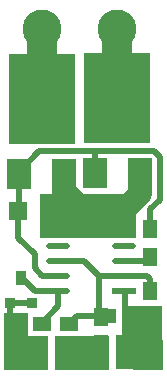
<source format=gtl>
%FSLAX42Y42*%
%MOMM*%
G71*
G01*
G75*
G04 Layer_Physical_Order=1*
G04 Layer_Color=255*
%ADD10R,0.90X1.25*%
%ADD11R,0.90X0.90*%
%ADD12R,2.00X2.50*%
%ADD13R,5.59X7.62*%
%ADD14R,2.00X2.54*%
%ADD15R,1.25X1.50*%
%ADD16R,1.50X1.25*%
%ADD17R,1.50X1.50*%
%ADD18O,2.00X0.50*%
%ADD19R,2.00X0.50*%
%ADD20C,2.00*%
%ADD21C,0.50*%
%ADD22C,2.50*%
%ADD23R,4.60X2.90*%
%ADD24R,3.90X3.00*%
%ADD25R,3.70X2.90*%
%ADD26R,2.00X3.00*%
%ADD27R,2.90X2.80*%
%ADD28R,8.10X3.70*%
%ADD29R,2.50X2.50*%
%ADD30R,2.50X2.50*%
%ADD31C,3.40*%
%ADD32C,3.30*%
D10*
X10335Y7375D02*
D03*
X9575Y7695D02*
D03*
D11*
X10430Y7170D02*
D03*
X10240D02*
D03*
X9480Y7490D02*
D03*
X9670D02*
D03*
D12*
X10581Y8590D02*
D03*
X10200D02*
D03*
X9941Y8580D02*
D03*
D13*
X10390Y9225D02*
D03*
X9750Y9215D02*
D03*
D14*
X9560Y8580D02*
D03*
D15*
X10670Y7360D02*
D03*
Y7590D02*
D03*
Y8110D02*
D03*
Y7880D02*
D03*
X10250Y7370D02*
D03*
Y7140D02*
D03*
D16*
X9980Y7310D02*
D03*
X9750D02*
D03*
D17*
X9890Y8270D02*
D03*
X9550D02*
D03*
D18*
X9890Y7590D02*
D03*
Y7715D02*
D03*
Y7845D02*
D03*
Y7970D02*
D03*
X10450D02*
D03*
Y7845D02*
D03*
Y7715D02*
D03*
D19*
Y7590D02*
D03*
D20*
X9941Y8429D02*
X10070Y8300D01*
X10581Y8411D02*
Y8600D01*
X10470Y8300D02*
X10581Y8411D01*
X10070Y8300D02*
X10470D01*
D21*
X9560Y8600D02*
X9730Y8770D01*
X9560Y8330D02*
Y8580D01*
X10704Y8770D02*
X10750Y8724D01*
X10200Y8590D02*
Y8760D01*
X10220Y8580D02*
Y8630D01*
X9730Y8770D02*
X10704D01*
X10750Y8361D02*
Y8724D01*
X9480Y7490D02*
X9670D01*
X9480Y7380D02*
Y7500D01*
X9740Y7310D02*
X9890Y7460D01*
Y7590D01*
X9980Y7310D02*
X10045Y7375D01*
X10670Y7590D02*
Y7690D01*
X10645Y7715D02*
X10670Y7690D01*
X10450Y7715D02*
X10645D01*
X9890Y7845D02*
X10105D01*
X10235Y7715D01*
X10450D01*
X10235Y7385D02*
Y7715D01*
X10045Y7375D02*
X10355D01*
X10450Y7590D02*
X10455Y7585D01*
Y7360D02*
X10670D01*
X10455Y7175D02*
Y7360D01*
Y7585D01*
X9690Y7590D02*
X9890D01*
X9575Y7705D02*
X9690Y7590D01*
X10450Y7845D02*
X10635D01*
X10670Y7880D01*
Y8110D02*
Y8281D01*
X10750Y8361D01*
X9755Y7715D02*
X9890D01*
X9690Y7780D02*
X9755Y7715D01*
X9690Y7780D02*
Y7900D01*
X9550Y8040D02*
X9690Y7900D01*
X9550Y8040D02*
Y8270D01*
X9525Y8295D02*
X9560Y8330D01*
D22*
X9750Y9215D02*
Y9810D01*
Y9215D02*
X9750Y9215D01*
X10390Y9236D02*
Y9810D01*
Y9236D02*
X10390Y9235D01*
D23*
X10090Y7065D02*
D03*
D24*
X10575Y7070D02*
D03*
D25*
X9615Y7065D02*
D03*
D26*
X9530Y7260D02*
D03*
D27*
X10625Y7330D02*
D03*
D28*
X10145Y8225D02*
D03*
D29*
X10040Y7050D02*
D03*
X10650D02*
D03*
D30*
X9560D02*
D03*
D31*
X10210Y8230D02*
D03*
D32*
X10390Y9810D02*
D03*
X9750D02*
D03*
M02*

</source>
